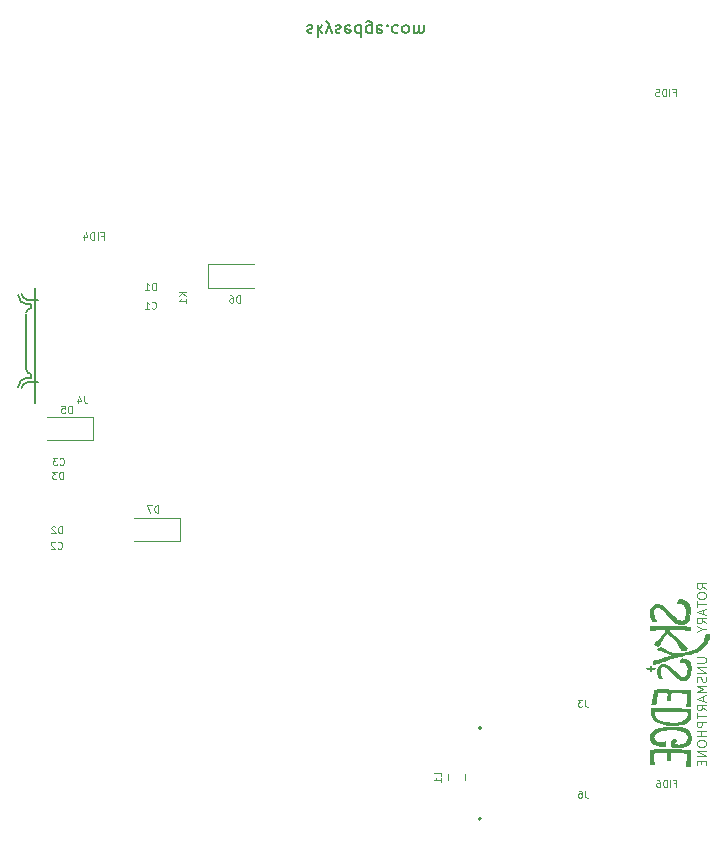
<source format=gbr>
G04 #@! TF.GenerationSoftware,KiCad,Pcbnew,5.1.6+dfsg1-1~bpo10+1*
G04 #@! TF.CreationDate,2021-03-28T20:23:35-04:00*
G04 #@! TF.ProjectId,RUSP_Daughterboard,52555350-5f44-4617-9567-68746572626f,rev?*
G04 #@! TF.SameCoordinates,Original*
G04 #@! TF.FileFunction,Legend,Bot*
G04 #@! TF.FilePolarity,Positive*
%FSLAX46Y46*%
G04 Gerber Fmt 4.6, Leading zero omitted, Abs format (unit mm)*
G04 Created by KiCad (PCBNEW 5.1.6+dfsg1-1~bpo10+1) date 2021-03-28 20:23:35*
%MOMM*%
%LPD*%
G01*
G04 APERTURE LIST*
%ADD10C,0.120000*%
%ADD11C,0.150000*%
%ADD12C,0.127000*%
%ADD13C,0.010000*%
G04 APERTURE END LIST*
D10*
X178361904Y-117980952D02*
X177980952Y-117714285D01*
X178361904Y-117523809D02*
X177561904Y-117523809D01*
X177561904Y-117828571D01*
X177600000Y-117904761D01*
X177638095Y-117942857D01*
X177714285Y-117980952D01*
X177828571Y-117980952D01*
X177904761Y-117942857D01*
X177942857Y-117904761D01*
X177980952Y-117828571D01*
X177980952Y-117523809D01*
X177561904Y-118476190D02*
X177561904Y-118628571D01*
X177600000Y-118704761D01*
X177676190Y-118780952D01*
X177828571Y-118819047D01*
X178095238Y-118819047D01*
X178247619Y-118780952D01*
X178323809Y-118704761D01*
X178361904Y-118628571D01*
X178361904Y-118476190D01*
X178323809Y-118400000D01*
X178247619Y-118323809D01*
X178095238Y-118285714D01*
X177828571Y-118285714D01*
X177676190Y-118323809D01*
X177600000Y-118400000D01*
X177561904Y-118476190D01*
X177561904Y-119047619D02*
X177561904Y-119504761D01*
X178361904Y-119276190D02*
X177561904Y-119276190D01*
X178133333Y-119733333D02*
X178133333Y-120114285D01*
X178361904Y-119657142D02*
X177561904Y-119923809D01*
X178361904Y-120190476D01*
X178361904Y-120914285D02*
X177980952Y-120647619D01*
X178361904Y-120457142D02*
X177561904Y-120457142D01*
X177561904Y-120761904D01*
X177600000Y-120838095D01*
X177638095Y-120876190D01*
X177714285Y-120914285D01*
X177828571Y-120914285D01*
X177904761Y-120876190D01*
X177942857Y-120838095D01*
X177980952Y-120761904D01*
X177980952Y-120457142D01*
X177980952Y-121409523D02*
X178361904Y-121409523D01*
X177561904Y-121142857D02*
X177980952Y-121409523D01*
X177561904Y-121676190D01*
X177561904Y-123771428D02*
X178209523Y-123771428D01*
X178285714Y-123809523D01*
X178323809Y-123847619D01*
X178361904Y-123923809D01*
X178361904Y-124076190D01*
X178323809Y-124152380D01*
X178285714Y-124190476D01*
X178209523Y-124228571D01*
X177561904Y-124228571D01*
X178361904Y-124609523D02*
X177561904Y-124609523D01*
X178361904Y-125066666D01*
X177561904Y-125066666D01*
X178323809Y-125409523D02*
X178361904Y-125523809D01*
X178361904Y-125714285D01*
X178323809Y-125790476D01*
X178285714Y-125828571D01*
X178209523Y-125866666D01*
X178133333Y-125866666D01*
X178057142Y-125828571D01*
X178019047Y-125790476D01*
X177980952Y-125714285D01*
X177942857Y-125561904D01*
X177904761Y-125485714D01*
X177866666Y-125447619D01*
X177790476Y-125409523D01*
X177714285Y-125409523D01*
X177638095Y-125447619D01*
X177600000Y-125485714D01*
X177561904Y-125561904D01*
X177561904Y-125752380D01*
X177600000Y-125866666D01*
X178361904Y-126209523D02*
X177561904Y-126209523D01*
X178133333Y-126476190D01*
X177561904Y-126742857D01*
X178361904Y-126742857D01*
X178133333Y-127085714D02*
X178133333Y-127466666D01*
X178361904Y-127009523D02*
X177561904Y-127276190D01*
X178361904Y-127542857D01*
X178361904Y-128266666D02*
X177980952Y-128000000D01*
X178361904Y-127809523D02*
X177561904Y-127809523D01*
X177561904Y-128114285D01*
X177600000Y-128190476D01*
X177638095Y-128228571D01*
X177714285Y-128266666D01*
X177828571Y-128266666D01*
X177904761Y-128228571D01*
X177942857Y-128190476D01*
X177980952Y-128114285D01*
X177980952Y-127809523D01*
X177561904Y-128495238D02*
X177561904Y-128952380D01*
X178361904Y-128723809D02*
X177561904Y-128723809D01*
X178361904Y-129219047D02*
X177561904Y-129219047D01*
X177561904Y-129523809D01*
X177600000Y-129600000D01*
X177638095Y-129638095D01*
X177714285Y-129676190D01*
X177828571Y-129676190D01*
X177904761Y-129638095D01*
X177942857Y-129600000D01*
X177980952Y-129523809D01*
X177980952Y-129219047D01*
X178361904Y-130019047D02*
X177561904Y-130019047D01*
X177942857Y-130019047D02*
X177942857Y-130476190D01*
X178361904Y-130476190D02*
X177561904Y-130476190D01*
X177561904Y-131009523D02*
X177561904Y-131161904D01*
X177600000Y-131238095D01*
X177676190Y-131314285D01*
X177828571Y-131352380D01*
X178095238Y-131352380D01*
X178247619Y-131314285D01*
X178323809Y-131238095D01*
X178361904Y-131161904D01*
X178361904Y-131009523D01*
X178323809Y-130933333D01*
X178247619Y-130857142D01*
X178095238Y-130819047D01*
X177828571Y-130819047D01*
X177676190Y-130857142D01*
X177600000Y-130933333D01*
X177561904Y-131009523D01*
X178361904Y-131695238D02*
X177561904Y-131695238D01*
X178361904Y-132152380D01*
X177561904Y-132152380D01*
X177942857Y-132533333D02*
X177942857Y-132800000D01*
X178361904Y-132914285D02*
X178361904Y-132533333D01*
X177561904Y-132533333D01*
X177561904Y-132914285D01*
D11*
X144597619Y-70295238D02*
X144692857Y-70247619D01*
X144883333Y-70247619D01*
X144978571Y-70295238D01*
X145026190Y-70390476D01*
X145026190Y-70438095D01*
X144978571Y-70533333D01*
X144883333Y-70580952D01*
X144740476Y-70580952D01*
X144645238Y-70628571D01*
X144597619Y-70723809D01*
X144597619Y-70771428D01*
X144645238Y-70866666D01*
X144740476Y-70914285D01*
X144883333Y-70914285D01*
X144978571Y-70866666D01*
X145454761Y-70247619D02*
X145454761Y-71247619D01*
X145550000Y-70628571D02*
X145835714Y-70247619D01*
X145835714Y-70914285D02*
X145454761Y-70533333D01*
X146169047Y-70914285D02*
X146407142Y-70247619D01*
X146645238Y-70914285D02*
X146407142Y-70247619D01*
X146311904Y-70009523D01*
X146264285Y-69961904D01*
X146169047Y-69914285D01*
X146978571Y-70295238D02*
X147073809Y-70247619D01*
X147264285Y-70247619D01*
X147359523Y-70295238D01*
X147407142Y-70390476D01*
X147407142Y-70438095D01*
X147359523Y-70533333D01*
X147264285Y-70580952D01*
X147121428Y-70580952D01*
X147026190Y-70628571D01*
X146978571Y-70723809D01*
X146978571Y-70771428D01*
X147026190Y-70866666D01*
X147121428Y-70914285D01*
X147264285Y-70914285D01*
X147359523Y-70866666D01*
X148216666Y-70295238D02*
X148121428Y-70247619D01*
X147930952Y-70247619D01*
X147835714Y-70295238D01*
X147788095Y-70390476D01*
X147788095Y-70771428D01*
X147835714Y-70866666D01*
X147930952Y-70914285D01*
X148121428Y-70914285D01*
X148216666Y-70866666D01*
X148264285Y-70771428D01*
X148264285Y-70676190D01*
X147788095Y-70580952D01*
X149121428Y-70247619D02*
X149121428Y-71247619D01*
X149121428Y-70295238D02*
X149026190Y-70247619D01*
X148835714Y-70247619D01*
X148740476Y-70295238D01*
X148692857Y-70342857D01*
X148645238Y-70438095D01*
X148645238Y-70723809D01*
X148692857Y-70819047D01*
X148740476Y-70866666D01*
X148835714Y-70914285D01*
X149026190Y-70914285D01*
X149121428Y-70866666D01*
X150026190Y-70914285D02*
X150026190Y-70104761D01*
X149978571Y-70009523D01*
X149930952Y-69961904D01*
X149835714Y-69914285D01*
X149692857Y-69914285D01*
X149597619Y-69961904D01*
X150026190Y-70295238D02*
X149930952Y-70247619D01*
X149740476Y-70247619D01*
X149645238Y-70295238D01*
X149597619Y-70342857D01*
X149550000Y-70438095D01*
X149550000Y-70723809D01*
X149597619Y-70819047D01*
X149645238Y-70866666D01*
X149740476Y-70914285D01*
X149930952Y-70914285D01*
X150026190Y-70866666D01*
X150883333Y-70295238D02*
X150788095Y-70247619D01*
X150597619Y-70247619D01*
X150502380Y-70295238D01*
X150454761Y-70390476D01*
X150454761Y-70771428D01*
X150502380Y-70866666D01*
X150597619Y-70914285D01*
X150788095Y-70914285D01*
X150883333Y-70866666D01*
X150930952Y-70771428D01*
X150930952Y-70676190D01*
X150454761Y-70580952D01*
X151359523Y-70342857D02*
X151407142Y-70295238D01*
X151359523Y-70247619D01*
X151311904Y-70295238D01*
X151359523Y-70342857D01*
X151359523Y-70247619D01*
X152264285Y-70295238D02*
X152169047Y-70247619D01*
X151978571Y-70247619D01*
X151883333Y-70295238D01*
X151835714Y-70342857D01*
X151788095Y-70438095D01*
X151788095Y-70723809D01*
X151835714Y-70819047D01*
X151883333Y-70866666D01*
X151978571Y-70914285D01*
X152169047Y-70914285D01*
X152264285Y-70866666D01*
X152835714Y-70247619D02*
X152740476Y-70295238D01*
X152692857Y-70342857D01*
X152645238Y-70438095D01*
X152645238Y-70723809D01*
X152692857Y-70819047D01*
X152740476Y-70866666D01*
X152835714Y-70914285D01*
X152978571Y-70914285D01*
X153073809Y-70866666D01*
X153121428Y-70819047D01*
X153169047Y-70723809D01*
X153169047Y-70438095D01*
X153121428Y-70342857D01*
X153073809Y-70295238D01*
X152978571Y-70247619D01*
X152835714Y-70247619D01*
X153597619Y-70247619D02*
X153597619Y-70914285D01*
X153597619Y-70819047D02*
X153645238Y-70866666D01*
X153740476Y-70914285D01*
X153883333Y-70914285D01*
X153978571Y-70866666D01*
X154026190Y-70771428D01*
X154026190Y-70247619D01*
X154026190Y-70771428D02*
X154073809Y-70866666D01*
X154169047Y-70914285D01*
X154311904Y-70914285D01*
X154407142Y-70866666D01*
X154454761Y-70771428D01*
X154454761Y-70247619D01*
D12*
X121750000Y-100500000D02*
X120900000Y-100500000D01*
X120900000Y-100500000D02*
X120850000Y-100500000D01*
X121750000Y-93500000D02*
X120850000Y-93500000D01*
X121550000Y-102250000D02*
X121550000Y-92500000D01*
X120900000Y-100100000D02*
X121200000Y-100100000D01*
X121200000Y-100100000D02*
X121200000Y-99800000D01*
X121750000Y-93500000D02*
X120900000Y-93500000D01*
X120900000Y-93500000D02*
X120850000Y-93500000D01*
X120900000Y-93900000D02*
X121200000Y-93900000D01*
X121200000Y-93900000D02*
X121200000Y-94200000D01*
X120800000Y-99400000D02*
X120800000Y-94700000D01*
X120900000Y-100500000D02*
G75*
G03*
X120400000Y-101000000I0J-500000D01*
G01*
X120100000Y-100900000D02*
G75*
G02*
X120900000Y-100100000I800000J0D01*
G01*
X121200000Y-99800000D02*
G75*
G02*
X120800000Y-99400000I0J400000D01*
G01*
X120900000Y-93500000D02*
G75*
G02*
X120400000Y-93000000I0J500000D01*
G01*
X120100000Y-93100000D02*
G75*
G03*
X120900000Y-93900000I800000J0D01*
G01*
X121200000Y-94200000D02*
G75*
G03*
X120800000Y-94600000I0J-400000D01*
G01*
D10*
X126450000Y-103400000D02*
X126450000Y-105400000D01*
X126450000Y-105400000D02*
X122550000Y-105400000D01*
X126450000Y-103400000D02*
X122550000Y-103400000D01*
D11*
X159311803Y-129750000D02*
G75*
G03*
X159311803Y-129750000I-111803J0D01*
G01*
X159311803Y-137450000D02*
G75*
G03*
X159311803Y-137450000I-111803J0D01*
G01*
D10*
X157910000Y-134161252D02*
X157910000Y-133638748D01*
X156490000Y-134161252D02*
X156490000Y-133638748D01*
X136200000Y-92475000D02*
X140100000Y-92475000D01*
X136200000Y-90475000D02*
X140100000Y-90475000D01*
X136200000Y-92475000D02*
X136200000Y-90475000D01*
X133775000Y-111950000D02*
X133775000Y-113950000D01*
X133775000Y-113950000D02*
X129875000Y-113950000D01*
X133775000Y-111950000D02*
X129875000Y-111950000D01*
D13*
G36*
X173832881Y-124282027D02*
G01*
X173854879Y-124327971D01*
X173860729Y-124331396D01*
X173904681Y-124329853D01*
X173992061Y-124312009D01*
X174114388Y-124280389D01*
X174263181Y-124237516D01*
X174429958Y-124185915D01*
X174606239Y-124128111D01*
X174783542Y-124066626D01*
X174926431Y-124014220D01*
X175122567Y-123941465D01*
X175297001Y-123880168D01*
X175461495Y-123826994D01*
X175627813Y-123778607D01*
X175807717Y-123731670D01*
X176012969Y-123682847D01*
X176255334Y-123628804D01*
X176382568Y-123601262D01*
X176690254Y-123532751D01*
X176950019Y-123469406D01*
X177168674Y-123409087D01*
X177353029Y-123349657D01*
X177509895Y-123288976D01*
X177646084Y-123224905D01*
X177731413Y-123177688D01*
X177897587Y-123062788D01*
X178070456Y-122914019D01*
X178233178Y-122747462D01*
X178368914Y-122579196D01*
X178389892Y-122548913D01*
X178457685Y-122432472D01*
X178514947Y-122304642D01*
X178559501Y-122175054D01*
X178589169Y-122053340D01*
X178601777Y-121949131D01*
X178595147Y-121872058D01*
X178567103Y-121831752D01*
X178552772Y-121828161D01*
X178456794Y-121828130D01*
X178372422Y-121837863D01*
X178319717Y-121854825D01*
X178315442Y-121858157D01*
X178299782Y-121894580D01*
X178279723Y-121970402D01*
X178259185Y-122070433D01*
X178255894Y-122088944D01*
X178209372Y-122277709D01*
X178135694Y-122443141D01*
X178026875Y-122599047D01*
X177874929Y-122759234D01*
X177860328Y-122772968D01*
X177683535Y-122919920D01*
X177488776Y-123044922D01*
X177269571Y-123150393D01*
X177019438Y-123238750D01*
X176731898Y-123312413D01*
X176400470Y-123373799D01*
X176157718Y-123408356D01*
X175985882Y-123429592D01*
X175845527Y-123442713D01*
X175726233Y-123445569D01*
X175617583Y-123436013D01*
X175509160Y-123411898D01*
X175390545Y-123371075D01*
X175251322Y-123311399D01*
X175081073Y-123230720D01*
X174924863Y-123154204D01*
X174423815Y-122907625D01*
X174341181Y-122956040D01*
X174269175Y-123008756D01*
X174222798Y-123062991D01*
X174211588Y-123106381D01*
X174217461Y-123116446D01*
X174251844Y-123130254D01*
X174325071Y-123149427D01*
X174421578Y-123169912D01*
X174425725Y-123170706D01*
X174529241Y-123197308D01*
X174663678Y-123241566D01*
X174810328Y-123296923D01*
X174928832Y-123347009D01*
X175102023Y-123425930D01*
X175228316Y-123487629D01*
X175312029Y-123535529D01*
X175357478Y-123573052D01*
X175368977Y-123603621D01*
X175350845Y-123630658D01*
X175315306Y-123653446D01*
X175265404Y-123673550D01*
X175171987Y-123705298D01*
X175044814Y-123745806D01*
X174893642Y-123792193D01*
X174728231Y-123841576D01*
X174558338Y-123891074D01*
X174393721Y-123937802D01*
X174244139Y-123978880D01*
X174119349Y-124011425D01*
X174038750Y-124030510D01*
X173824783Y-124076795D01*
X173824783Y-124197198D01*
X173832881Y-124282027D01*
G37*
X173832881Y-124282027D02*
X173854879Y-124327971D01*
X173860729Y-124331396D01*
X173904681Y-124329853D01*
X173992061Y-124312009D01*
X174114388Y-124280389D01*
X174263181Y-124237516D01*
X174429958Y-124185915D01*
X174606239Y-124128111D01*
X174783542Y-124066626D01*
X174926431Y-124014220D01*
X175122567Y-123941465D01*
X175297001Y-123880168D01*
X175461495Y-123826994D01*
X175627813Y-123778607D01*
X175807717Y-123731670D01*
X176012969Y-123682847D01*
X176255334Y-123628804D01*
X176382568Y-123601262D01*
X176690254Y-123532751D01*
X176950019Y-123469406D01*
X177168674Y-123409087D01*
X177353029Y-123349657D01*
X177509895Y-123288976D01*
X177646084Y-123224905D01*
X177731413Y-123177688D01*
X177897587Y-123062788D01*
X178070456Y-122914019D01*
X178233178Y-122747462D01*
X178368914Y-122579196D01*
X178389892Y-122548913D01*
X178457685Y-122432472D01*
X178514947Y-122304642D01*
X178559501Y-122175054D01*
X178589169Y-122053340D01*
X178601777Y-121949131D01*
X178595147Y-121872058D01*
X178567103Y-121831752D01*
X178552772Y-121828161D01*
X178456794Y-121828130D01*
X178372422Y-121837863D01*
X178319717Y-121854825D01*
X178315442Y-121858157D01*
X178299782Y-121894580D01*
X178279723Y-121970402D01*
X178259185Y-122070433D01*
X178255894Y-122088944D01*
X178209372Y-122277709D01*
X178135694Y-122443141D01*
X178026875Y-122599047D01*
X177874929Y-122759234D01*
X177860328Y-122772968D01*
X177683535Y-122919920D01*
X177488776Y-123044922D01*
X177269571Y-123150393D01*
X177019438Y-123238750D01*
X176731898Y-123312413D01*
X176400470Y-123373799D01*
X176157718Y-123408356D01*
X175985882Y-123429592D01*
X175845527Y-123442713D01*
X175726233Y-123445569D01*
X175617583Y-123436013D01*
X175509160Y-123411898D01*
X175390545Y-123371075D01*
X175251322Y-123311399D01*
X175081073Y-123230720D01*
X174924863Y-123154204D01*
X174423815Y-122907625D01*
X174341181Y-122956040D01*
X174269175Y-123008756D01*
X174222798Y-123062991D01*
X174211588Y-123106381D01*
X174217461Y-123116446D01*
X174251844Y-123130254D01*
X174325071Y-123149427D01*
X174421578Y-123169912D01*
X174425725Y-123170706D01*
X174529241Y-123197308D01*
X174663678Y-123241566D01*
X174810328Y-123296923D01*
X174928832Y-123347009D01*
X175102023Y-123425930D01*
X175228316Y-123487629D01*
X175312029Y-123535529D01*
X175357478Y-123573052D01*
X175368977Y-123603621D01*
X175350845Y-123630658D01*
X175315306Y-123653446D01*
X175265404Y-123673550D01*
X175171987Y-123705298D01*
X175044814Y-123745806D01*
X174893642Y-123792193D01*
X174728231Y-123841576D01*
X174558338Y-123891074D01*
X174393721Y-123937802D01*
X174244139Y-123978880D01*
X174119349Y-124011425D01*
X174038750Y-124030510D01*
X173824783Y-124076795D01*
X173824783Y-124197198D01*
X173832881Y-124282027D01*
G36*
X174219981Y-125141121D02*
G01*
X174271465Y-125327215D01*
X174277649Y-125344293D01*
X174356744Y-125558260D01*
X174475656Y-125558260D01*
X174552177Y-125552786D01*
X174602577Y-125539044D01*
X174610457Y-125532550D01*
X174605895Y-125496195D01*
X174575859Y-125434445D01*
X174556914Y-125404524D01*
X174485533Y-125265603D01*
X174440592Y-125107283D01*
X174424181Y-124946306D01*
X174438389Y-124799415D01*
X174470110Y-124709114D01*
X174547948Y-124613760D01*
X174655278Y-124555616D01*
X174777711Y-124538382D01*
X174900853Y-124565757D01*
X174943091Y-124587551D01*
X174987802Y-124617231D01*
X175036560Y-124655551D01*
X175094818Y-124707855D01*
X175168031Y-124779488D01*
X175261650Y-124875794D01*
X175381131Y-125002117D01*
X175531926Y-125163801D01*
X175540023Y-125172518D01*
X175698430Y-125337837D01*
X175832484Y-125463988D01*
X175950522Y-125556304D01*
X176060880Y-125620121D01*
X176171893Y-125660771D01*
X176291897Y-125683589D01*
X176347451Y-125689176D01*
X176537377Y-125680794D01*
X176702502Y-125625831D01*
X176837785Y-125527874D01*
X176938187Y-125390512D01*
X176996633Y-125226956D01*
X177016333Y-125103271D01*
X177030698Y-124947525D01*
X177038969Y-124779005D01*
X177040381Y-124616997D01*
X177034175Y-124480789D01*
X177028135Y-124429394D01*
X176975221Y-124260916D01*
X176876490Y-124116244D01*
X176738258Y-124000992D01*
X176566842Y-123920773D01*
X176417303Y-123886560D01*
X176338234Y-123878527D01*
X176292112Y-123888773D01*
X176257421Y-123926481D01*
X176233886Y-123964847D01*
X176178613Y-124063011D01*
X176156669Y-124124254D01*
X176171738Y-124158239D01*
X176227505Y-124174628D01*
X176316819Y-124182403D01*
X176479108Y-124210506D01*
X176604435Y-124273626D01*
X176694936Y-124374641D01*
X176752748Y-124516433D01*
X176780008Y-124701884D01*
X176782855Y-124810666D01*
X176769936Y-125017023D01*
X176734493Y-125188893D01*
X176678336Y-125320200D01*
X176606514Y-125402528D01*
X176511197Y-125443648D01*
X176389457Y-125456120D01*
X176262178Y-125439773D01*
X176170883Y-125406082D01*
X176123639Y-125372677D01*
X176044654Y-125306748D01*
X175941222Y-125214824D01*
X175820640Y-125103435D01*
X175690200Y-124979112D01*
X175647328Y-124937428D01*
X175444658Y-124744056D01*
X175272021Y-124590788D01*
X175124521Y-124474965D01*
X174997259Y-124393927D01*
X174885339Y-124345013D01*
X174783863Y-124325565D01*
X174687933Y-124332922D01*
X174592654Y-124364424D01*
X174592471Y-124364505D01*
X174449810Y-124451697D01*
X174323074Y-124573106D01*
X174245940Y-124684614D01*
X174206633Y-124807635D01*
X174198176Y-124963866D01*
X174219981Y-125141121D01*
G37*
X174219981Y-125141121D02*
X174271465Y-125327215D01*
X174277649Y-125344293D01*
X174356744Y-125558260D01*
X174475656Y-125558260D01*
X174552177Y-125552786D01*
X174602577Y-125539044D01*
X174610457Y-125532550D01*
X174605895Y-125496195D01*
X174575859Y-125434445D01*
X174556914Y-125404524D01*
X174485533Y-125265603D01*
X174440592Y-125107283D01*
X174424181Y-124946306D01*
X174438389Y-124799415D01*
X174470110Y-124709114D01*
X174547948Y-124613760D01*
X174655278Y-124555616D01*
X174777711Y-124538382D01*
X174900853Y-124565757D01*
X174943091Y-124587551D01*
X174987802Y-124617231D01*
X175036560Y-124655551D01*
X175094818Y-124707855D01*
X175168031Y-124779488D01*
X175261650Y-124875794D01*
X175381131Y-125002117D01*
X175531926Y-125163801D01*
X175540023Y-125172518D01*
X175698430Y-125337837D01*
X175832484Y-125463988D01*
X175950522Y-125556304D01*
X176060880Y-125620121D01*
X176171893Y-125660771D01*
X176291897Y-125683589D01*
X176347451Y-125689176D01*
X176537377Y-125680794D01*
X176702502Y-125625831D01*
X176837785Y-125527874D01*
X176938187Y-125390512D01*
X176996633Y-125226956D01*
X177016333Y-125103271D01*
X177030698Y-124947525D01*
X177038969Y-124779005D01*
X177040381Y-124616997D01*
X177034175Y-124480789D01*
X177028135Y-124429394D01*
X176975221Y-124260916D01*
X176876490Y-124116244D01*
X176738258Y-124000992D01*
X176566842Y-123920773D01*
X176417303Y-123886560D01*
X176338234Y-123878527D01*
X176292112Y-123888773D01*
X176257421Y-123926481D01*
X176233886Y-123964847D01*
X176178613Y-124063011D01*
X176156669Y-124124254D01*
X176171738Y-124158239D01*
X176227505Y-124174628D01*
X176316819Y-124182403D01*
X176479108Y-124210506D01*
X176604435Y-124273626D01*
X176694936Y-124374641D01*
X176752748Y-124516433D01*
X176780008Y-124701884D01*
X176782855Y-124810666D01*
X176769936Y-125017023D01*
X176734493Y-125188893D01*
X176678336Y-125320200D01*
X176606514Y-125402528D01*
X176511197Y-125443648D01*
X176389457Y-125456120D01*
X176262178Y-125439773D01*
X176170883Y-125406082D01*
X176123639Y-125372677D01*
X176044654Y-125306748D01*
X175941222Y-125214824D01*
X175820640Y-125103435D01*
X175690200Y-124979112D01*
X175647328Y-124937428D01*
X175444658Y-124744056D01*
X175272021Y-124590788D01*
X175124521Y-124474965D01*
X174997259Y-124393927D01*
X174885339Y-124345013D01*
X174783863Y-124325565D01*
X174687933Y-124332922D01*
X174592654Y-124364424D01*
X174592471Y-124364505D01*
X174449810Y-124451697D01*
X174323074Y-124573106D01*
X174245940Y-124684614D01*
X174206633Y-124807635D01*
X174198176Y-124963866D01*
X174219981Y-125141121D01*
G36*
X173609196Y-130561661D02*
G01*
X173623581Y-130643812D01*
X173634819Y-130696827D01*
X173697096Y-130859886D01*
X173807728Y-130998873D01*
X173964816Y-131112596D01*
X174166462Y-131199863D01*
X174410766Y-131259480D01*
X174563842Y-131280176D01*
X174682673Y-131291075D01*
X174779445Y-131297704D01*
X174842082Y-131299371D01*
X174859253Y-131297123D01*
X174867812Y-131265678D01*
X174878935Y-131194473D01*
X174890254Y-131098744D01*
X174890532Y-131096038D01*
X174909915Y-130906848D01*
X174829795Y-130921660D01*
X174758216Y-130934924D01*
X174658235Y-130953491D01*
X174584022Y-130967290D01*
X174391358Y-130983948D01*
X174223813Y-130960887D01*
X174086023Y-130902228D01*
X173982627Y-130812095D01*
X173918263Y-130694610D01*
X173897569Y-130553897D01*
X173925183Y-130394077D01*
X173928326Y-130384425D01*
X173984834Y-130267646D01*
X174072949Y-130168840D01*
X174197300Y-130085579D01*
X174362511Y-130015431D01*
X174573210Y-129955968D01*
X174834024Y-129904758D01*
X174845150Y-129902915D01*
X175039670Y-129881186D01*
X175269895Y-129871904D01*
X175517836Y-129874623D01*
X175765507Y-129888900D01*
X175994921Y-129914291D01*
X176114225Y-129934265D01*
X176350883Y-129996317D01*
X176537362Y-130080724D01*
X176674219Y-130188051D01*
X176762011Y-130318863D01*
X176801295Y-130473726D01*
X176796699Y-130626639D01*
X176752624Y-130802405D01*
X176672285Y-130941552D01*
X176553505Y-131045560D01*
X176394110Y-131115904D01*
X176191924Y-131154064D01*
X176007761Y-131162449D01*
X175844025Y-131158946D01*
X175731838Y-131147225D01*
X175667806Y-131124559D01*
X175648533Y-131088219D01*
X175670625Y-131035478D01*
X175730687Y-130963607D01*
X175743587Y-130950157D01*
X175814809Y-130861945D01*
X175835441Y-130795571D01*
X175805244Y-130750531D01*
X175723979Y-130726324D01*
X175634533Y-130721509D01*
X175539023Y-130724668D01*
X175475503Y-130739780D01*
X175436915Y-130776338D01*
X175416202Y-130843834D01*
X175406305Y-130951759D01*
X175402868Y-131033067D01*
X175398875Y-131155041D01*
X175401617Y-131245744D01*
X175418008Y-131309520D01*
X175454961Y-131350710D01*
X175519386Y-131373657D01*
X175618198Y-131382702D01*
X175758308Y-131382187D01*
X175946628Y-131376456D01*
X175949378Y-131376368D01*
X176144580Y-131368494D01*
X176295975Y-131358171D01*
X176414962Y-131344114D01*
X176512936Y-131325034D01*
X176586552Y-131304435D01*
X176763037Y-131225889D01*
X176898453Y-131116912D01*
X176988351Y-130981148D01*
X176992112Y-130972438D01*
X177018586Y-130875295D01*
X177036192Y-130742550D01*
X177044218Y-130593217D01*
X177041952Y-130446306D01*
X177028682Y-130320828D01*
X177018278Y-130274090D01*
X176947985Y-130102569D01*
X176841508Y-129964448D01*
X176694029Y-129855339D01*
X176500734Y-129770850D01*
X176447609Y-129753934D01*
X176223570Y-129702353D01*
X175960108Y-129667448D01*
X175670402Y-129649097D01*
X175367631Y-129647179D01*
X175064972Y-129661574D01*
X174775604Y-129692159D01*
X174512706Y-129738815D01*
X174378360Y-129772954D01*
X174138473Y-129856092D01*
X173948750Y-129953211D01*
X173805229Y-130067371D01*
X173703948Y-130201633D01*
X173646884Y-130337931D01*
X173620062Y-130432099D01*
X173607761Y-130498883D01*
X173609196Y-130561661D01*
G37*
X173609196Y-130561661D02*
X173623581Y-130643812D01*
X173634819Y-130696827D01*
X173697096Y-130859886D01*
X173807728Y-130998873D01*
X173964816Y-131112596D01*
X174166462Y-131199863D01*
X174410766Y-131259480D01*
X174563842Y-131280176D01*
X174682673Y-131291075D01*
X174779445Y-131297704D01*
X174842082Y-131299371D01*
X174859253Y-131297123D01*
X174867812Y-131265678D01*
X174878935Y-131194473D01*
X174890254Y-131098744D01*
X174890532Y-131096038D01*
X174909915Y-130906848D01*
X174829795Y-130921660D01*
X174758216Y-130934924D01*
X174658235Y-130953491D01*
X174584022Y-130967290D01*
X174391358Y-130983948D01*
X174223813Y-130960887D01*
X174086023Y-130902228D01*
X173982627Y-130812095D01*
X173918263Y-130694610D01*
X173897569Y-130553897D01*
X173925183Y-130394077D01*
X173928326Y-130384425D01*
X173984834Y-130267646D01*
X174072949Y-130168840D01*
X174197300Y-130085579D01*
X174362511Y-130015431D01*
X174573210Y-129955968D01*
X174834024Y-129904758D01*
X174845150Y-129902915D01*
X175039670Y-129881186D01*
X175269895Y-129871904D01*
X175517836Y-129874623D01*
X175765507Y-129888900D01*
X175994921Y-129914291D01*
X176114225Y-129934265D01*
X176350883Y-129996317D01*
X176537362Y-130080724D01*
X176674219Y-130188051D01*
X176762011Y-130318863D01*
X176801295Y-130473726D01*
X176796699Y-130626639D01*
X176752624Y-130802405D01*
X176672285Y-130941552D01*
X176553505Y-131045560D01*
X176394110Y-131115904D01*
X176191924Y-131154064D01*
X176007761Y-131162449D01*
X175844025Y-131158946D01*
X175731838Y-131147225D01*
X175667806Y-131124559D01*
X175648533Y-131088219D01*
X175670625Y-131035478D01*
X175730687Y-130963607D01*
X175743587Y-130950157D01*
X175814809Y-130861945D01*
X175835441Y-130795571D01*
X175805244Y-130750531D01*
X175723979Y-130726324D01*
X175634533Y-130721509D01*
X175539023Y-130724668D01*
X175475503Y-130739780D01*
X175436915Y-130776338D01*
X175416202Y-130843834D01*
X175406305Y-130951759D01*
X175402868Y-131033067D01*
X175398875Y-131155041D01*
X175401617Y-131245744D01*
X175418008Y-131309520D01*
X175454961Y-131350710D01*
X175519386Y-131373657D01*
X175618198Y-131382702D01*
X175758308Y-131382187D01*
X175946628Y-131376456D01*
X175949378Y-131376368D01*
X176144580Y-131368494D01*
X176295975Y-131358171D01*
X176414962Y-131344114D01*
X176512936Y-131325034D01*
X176586552Y-131304435D01*
X176763037Y-131225889D01*
X176898453Y-131116912D01*
X176988351Y-130981148D01*
X176992112Y-130972438D01*
X177018586Y-130875295D01*
X177036192Y-130742550D01*
X177044218Y-130593217D01*
X177041952Y-130446306D01*
X177028682Y-130320828D01*
X177018278Y-130274090D01*
X176947985Y-130102569D01*
X176841508Y-129964448D01*
X176694029Y-129855339D01*
X176500734Y-129770850D01*
X176447609Y-129753934D01*
X176223570Y-129702353D01*
X175960108Y-129667448D01*
X175670402Y-129649097D01*
X175367631Y-129647179D01*
X175064972Y-129661574D01*
X174775604Y-129692159D01*
X174512706Y-129738815D01*
X174378360Y-129772954D01*
X174138473Y-129856092D01*
X173948750Y-129953211D01*
X173805229Y-130067371D01*
X173703948Y-130201633D01*
X173646884Y-130337931D01*
X173620062Y-130432099D01*
X173607761Y-130498883D01*
X173609196Y-130561661D01*
G36*
X173750365Y-127760139D02*
G01*
X173815623Y-127765015D01*
X173897379Y-127768731D01*
X173976276Y-127770363D01*
X174024946Y-127769516D01*
X174054056Y-127757763D01*
X174069158Y-127718071D01*
X174074509Y-127637828D01*
X174074729Y-127622010D01*
X174080220Y-127537079D01*
X174094049Y-127414674D01*
X174114094Y-127271540D01*
X174136848Y-127132240D01*
X174163605Y-126983576D01*
X174189446Y-126876028D01*
X174223231Y-126802705D01*
X174273822Y-126756712D01*
X174350080Y-126731155D01*
X174460865Y-126719141D01*
X174615039Y-126713775D01*
X174676639Y-126712296D01*
X174827829Y-126709709D01*
X174940181Y-126714843D01*
X175018173Y-126734447D01*
X175066281Y-126775271D01*
X175088982Y-126844065D01*
X175090752Y-126947579D01*
X175076069Y-127092564D01*
X175050746Y-127276357D01*
X175046488Y-127369827D01*
X175071121Y-127421078D01*
X175131219Y-127435373D01*
X175228974Y-127419069D01*
X175329457Y-127394239D01*
X175329457Y-127082650D01*
X175331024Y-126939245D01*
X175336465Y-126841899D01*
X175346884Y-126781521D01*
X175363390Y-126749022D01*
X175370870Y-126742511D01*
X175413075Y-126733263D01*
X175500056Y-126727925D01*
X175621531Y-126726208D01*
X175767217Y-126727823D01*
X175926832Y-126732480D01*
X176090096Y-126739889D01*
X176246725Y-126749762D01*
X176386438Y-126761808D01*
X176486868Y-126773925D01*
X176591909Y-126790075D01*
X176665727Y-126808844D01*
X176713329Y-126839182D01*
X176739726Y-126890039D01*
X176749927Y-126970365D01*
X176748940Y-127089111D01*
X176742851Y-127231294D01*
X176734066Y-127380473D01*
X176722110Y-127521868D01*
X176708527Y-127639885D01*
X176694863Y-127718928D01*
X176694332Y-127721077D01*
X176673246Y-127826833D01*
X176680104Y-127890606D01*
X176722023Y-127921552D01*
X176806125Y-127928829D01*
X176854503Y-127927094D01*
X177013587Y-127918804D01*
X177020962Y-127239723D01*
X177028338Y-126560643D01*
X176717107Y-126542867D01*
X176586487Y-126536653D01*
X176419125Y-126530629D01*
X176222040Y-126524889D01*
X176002251Y-126519526D01*
X175766777Y-126514634D01*
X175522638Y-126510309D01*
X175276851Y-126506643D01*
X175036438Y-126503730D01*
X174808416Y-126501666D01*
X174599804Y-126500542D01*
X174417623Y-126500455D01*
X174268890Y-126501497D01*
X174160626Y-126503763D01*
X174099849Y-126507346D01*
X174096692Y-126507775D01*
X173968274Y-126527131D01*
X173939250Y-126684598D01*
X173923325Y-126766132D01*
X173898349Y-126888206D01*
X173867115Y-127037426D01*
X173832413Y-127200400D01*
X173811999Y-127295020D01*
X173779940Y-127445125D01*
X173753125Y-127575062D01*
X173733334Y-127675842D01*
X173722346Y-127738477D01*
X173720962Y-127755025D01*
X173750365Y-127760139D01*
G37*
X173750365Y-127760139D02*
X173815623Y-127765015D01*
X173897379Y-127768731D01*
X173976276Y-127770363D01*
X174024946Y-127769516D01*
X174054056Y-127757763D01*
X174069158Y-127718071D01*
X174074509Y-127637828D01*
X174074729Y-127622010D01*
X174080220Y-127537079D01*
X174094049Y-127414674D01*
X174114094Y-127271540D01*
X174136848Y-127132240D01*
X174163605Y-126983576D01*
X174189446Y-126876028D01*
X174223231Y-126802705D01*
X174273822Y-126756712D01*
X174350080Y-126731155D01*
X174460865Y-126719141D01*
X174615039Y-126713775D01*
X174676639Y-126712296D01*
X174827829Y-126709709D01*
X174940181Y-126714843D01*
X175018173Y-126734447D01*
X175066281Y-126775271D01*
X175088982Y-126844065D01*
X175090752Y-126947579D01*
X175076069Y-127092564D01*
X175050746Y-127276357D01*
X175046488Y-127369827D01*
X175071121Y-127421078D01*
X175131219Y-127435373D01*
X175228974Y-127419069D01*
X175329457Y-127394239D01*
X175329457Y-127082650D01*
X175331024Y-126939245D01*
X175336465Y-126841899D01*
X175346884Y-126781521D01*
X175363390Y-126749022D01*
X175370870Y-126742511D01*
X175413075Y-126733263D01*
X175500056Y-126727925D01*
X175621531Y-126726208D01*
X175767217Y-126727823D01*
X175926832Y-126732480D01*
X176090096Y-126739889D01*
X176246725Y-126749762D01*
X176386438Y-126761808D01*
X176486868Y-126773925D01*
X176591909Y-126790075D01*
X176665727Y-126808844D01*
X176713329Y-126839182D01*
X176739726Y-126890039D01*
X176749927Y-126970365D01*
X176748940Y-127089111D01*
X176742851Y-127231294D01*
X176734066Y-127380473D01*
X176722110Y-127521868D01*
X176708527Y-127639885D01*
X176694863Y-127718928D01*
X176694332Y-127721077D01*
X176673246Y-127826833D01*
X176680104Y-127890606D01*
X176722023Y-127921552D01*
X176806125Y-127928829D01*
X176854503Y-127927094D01*
X177013587Y-127918804D01*
X177020962Y-127239723D01*
X177028338Y-126560643D01*
X176717107Y-126542867D01*
X176586487Y-126536653D01*
X176419125Y-126530629D01*
X176222040Y-126524889D01*
X176002251Y-126519526D01*
X175766777Y-126514634D01*
X175522638Y-126510309D01*
X175276851Y-126506643D01*
X175036438Y-126503730D01*
X174808416Y-126501666D01*
X174599804Y-126500542D01*
X174417623Y-126500455D01*
X174268890Y-126501497D01*
X174160626Y-126503763D01*
X174099849Y-126507346D01*
X174096692Y-126507775D01*
X173968274Y-126527131D01*
X173939250Y-126684598D01*
X173923325Y-126766132D01*
X173898349Y-126888206D01*
X173867115Y-127037426D01*
X173832413Y-127200400D01*
X173811999Y-127295020D01*
X173779940Y-127445125D01*
X173753125Y-127575062D01*
X173733334Y-127675842D01*
X173722346Y-127738477D01*
X173720962Y-127755025D01*
X173750365Y-127760139D01*
G36*
X173706128Y-121488086D02*
G01*
X173911856Y-121447649D01*
X174117336Y-121414412D01*
X174313824Y-121389158D01*
X174492573Y-121372669D01*
X174644839Y-121365730D01*
X174761876Y-121369123D01*
X174834938Y-121383632D01*
X174840938Y-121386475D01*
X174883551Y-121419197D01*
X174901661Y-121462601D01*
X174892947Y-121521396D01*
X174855090Y-121600290D01*
X174785772Y-121703990D01*
X174682672Y-121837204D01*
X174543473Y-122004641D01*
X174526711Y-122024347D01*
X174420732Y-122145197D01*
X174303153Y-122273698D01*
X174192530Y-122389772D01*
X174144803Y-122437680D01*
X174065091Y-122518280D01*
X174003123Y-122585394D01*
X173967761Y-122629199D01*
X173962826Y-122639363D01*
X173986075Y-122661659D01*
X174046629Y-122696769D01*
X174119958Y-122731877D01*
X174277089Y-122801368D01*
X174326436Y-122737260D01*
X174356482Y-122693413D01*
X174409427Y-122611271D01*
X174479619Y-122499802D01*
X174561405Y-122367974D01*
X174637785Y-122243379D01*
X174725282Y-122102071D01*
X174806803Y-121974503D01*
X174876602Y-121869355D01*
X174928931Y-121795307D01*
X174955984Y-121762748D01*
X174992675Y-121736973D01*
X175032604Y-121730385D01*
X175083813Y-121746592D01*
X175154345Y-121789202D01*
X175252241Y-121861824D01*
X175350341Y-121939670D01*
X175639357Y-122204159D01*
X175882264Y-122496852D01*
X176083202Y-122823067D01*
X176159272Y-122978340D01*
X176214936Y-123091437D01*
X176266639Y-123163201D01*
X176326449Y-123198313D01*
X176406432Y-123201451D01*
X176518657Y-123177294D01*
X176606359Y-123151683D01*
X176668274Y-123125202D01*
X176692591Y-123083182D01*
X176696087Y-123029532D01*
X176690306Y-122976420D01*
X176667441Y-122926752D01*
X176619210Y-122868379D01*
X176537331Y-122789155D01*
X176523533Y-122776462D01*
X176437069Y-122696313D01*
X176324606Y-122590800D01*
X176199893Y-122472882D01*
X176076682Y-122355521D01*
X176061087Y-122340593D01*
X175931099Y-122217671D01*
X175789639Y-122086506D01*
X175653521Y-121962545D01*
X175539559Y-121861238D01*
X175536522Y-121858592D01*
X175409728Y-121746828D01*
X175319627Y-121663151D01*
X175260205Y-121600647D01*
X175225447Y-121552403D01*
X175209341Y-121511504D01*
X175205831Y-121478392D01*
X175212867Y-121437608D01*
X175238915Y-121407021D01*
X175290035Y-121385635D01*
X175372287Y-121372452D01*
X175491731Y-121366476D01*
X175654424Y-121366710D01*
X175854022Y-121371760D01*
X176149265Y-121386125D01*
X176407562Y-121408930D01*
X176620455Y-121439407D01*
X176640870Y-121443220D01*
X176763388Y-121466190D01*
X176867250Y-121484639D01*
X176939539Y-121496333D01*
X176965272Y-121499328D01*
X176987717Y-121475402D01*
X176998542Y-121401147D01*
X176999783Y-121347068D01*
X176993479Y-121245611D01*
X176975307Y-121191103D01*
X176965272Y-121183714D01*
X176930240Y-121180741D01*
X176846238Y-121177124D01*
X176719506Y-121172988D01*
X176556286Y-121168455D01*
X176362819Y-121163648D01*
X176145346Y-121158692D01*
X175910108Y-121153708D01*
X175663347Y-121148821D01*
X175411304Y-121144154D01*
X175160219Y-121139830D01*
X174916336Y-121135973D01*
X174685893Y-121132705D01*
X174475134Y-121130151D01*
X174290299Y-121128433D01*
X174137629Y-121127674D01*
X174128478Y-121127661D01*
X173645326Y-121127065D01*
X173637106Y-121315907D01*
X173628886Y-121504748D01*
X173706128Y-121488086D01*
G37*
X173706128Y-121488086D02*
X173911856Y-121447649D01*
X174117336Y-121414412D01*
X174313824Y-121389158D01*
X174492573Y-121372669D01*
X174644839Y-121365730D01*
X174761876Y-121369123D01*
X174834938Y-121383632D01*
X174840938Y-121386475D01*
X174883551Y-121419197D01*
X174901661Y-121462601D01*
X174892947Y-121521396D01*
X174855090Y-121600290D01*
X174785772Y-121703990D01*
X174682672Y-121837204D01*
X174543473Y-122004641D01*
X174526711Y-122024347D01*
X174420732Y-122145197D01*
X174303153Y-122273698D01*
X174192530Y-122389772D01*
X174144803Y-122437680D01*
X174065091Y-122518280D01*
X174003123Y-122585394D01*
X173967761Y-122629199D01*
X173962826Y-122639363D01*
X173986075Y-122661659D01*
X174046629Y-122696769D01*
X174119958Y-122731877D01*
X174277089Y-122801368D01*
X174326436Y-122737260D01*
X174356482Y-122693413D01*
X174409427Y-122611271D01*
X174479619Y-122499802D01*
X174561405Y-122367974D01*
X174637785Y-122243379D01*
X174725282Y-122102071D01*
X174806803Y-121974503D01*
X174876602Y-121869355D01*
X174928931Y-121795307D01*
X174955984Y-121762748D01*
X174992675Y-121736973D01*
X175032604Y-121730385D01*
X175083813Y-121746592D01*
X175154345Y-121789202D01*
X175252241Y-121861824D01*
X175350341Y-121939670D01*
X175639357Y-122204159D01*
X175882264Y-122496852D01*
X176083202Y-122823067D01*
X176159272Y-122978340D01*
X176214936Y-123091437D01*
X176266639Y-123163201D01*
X176326449Y-123198313D01*
X176406432Y-123201451D01*
X176518657Y-123177294D01*
X176606359Y-123151683D01*
X176668274Y-123125202D01*
X176692591Y-123083182D01*
X176696087Y-123029532D01*
X176690306Y-122976420D01*
X176667441Y-122926752D01*
X176619210Y-122868379D01*
X176537331Y-122789155D01*
X176523533Y-122776462D01*
X176437069Y-122696313D01*
X176324606Y-122590800D01*
X176199893Y-122472882D01*
X176076682Y-122355521D01*
X176061087Y-122340593D01*
X175931099Y-122217671D01*
X175789639Y-122086506D01*
X175653521Y-121962545D01*
X175539559Y-121861238D01*
X175536522Y-121858592D01*
X175409728Y-121746828D01*
X175319627Y-121663151D01*
X175260205Y-121600647D01*
X175225447Y-121552403D01*
X175209341Y-121511504D01*
X175205831Y-121478392D01*
X175212867Y-121437608D01*
X175238915Y-121407021D01*
X175290035Y-121385635D01*
X175372287Y-121372452D01*
X175491731Y-121366476D01*
X175654424Y-121366710D01*
X175854022Y-121371760D01*
X176149265Y-121386125D01*
X176407562Y-121408930D01*
X176620455Y-121439407D01*
X176640870Y-121443220D01*
X176763388Y-121466190D01*
X176867250Y-121484639D01*
X176939539Y-121496333D01*
X176965272Y-121499328D01*
X176987717Y-121475402D01*
X176998542Y-121401147D01*
X176999783Y-121347068D01*
X176993479Y-121245611D01*
X176975307Y-121191103D01*
X176965272Y-121183714D01*
X176930240Y-121180741D01*
X176846238Y-121177124D01*
X176719506Y-121172988D01*
X176556286Y-121168455D01*
X176362819Y-121163648D01*
X176145346Y-121158692D01*
X175910108Y-121153708D01*
X175663347Y-121148821D01*
X175411304Y-121144154D01*
X175160219Y-121139830D01*
X174916336Y-121135973D01*
X174685893Y-121132705D01*
X174475134Y-121130151D01*
X174290299Y-121128433D01*
X174137629Y-121127674D01*
X174128478Y-121127661D01*
X173645326Y-121127065D01*
X173637106Y-121315907D01*
X173628886Y-121504748D01*
X173706128Y-121488086D01*
G36*
X173691476Y-128339837D02*
G01*
X173699021Y-128486590D01*
X173711135Y-128594728D01*
X173730850Y-128680832D01*
X173761195Y-128761481D01*
X173773474Y-128788478D01*
X173892854Y-128978764D01*
X174058780Y-129140546D01*
X174270263Y-129273418D01*
X174526313Y-129376973D01*
X174825943Y-129450804D01*
X175168163Y-129494506D01*
X175522718Y-129507752D01*
X175867335Y-129495573D01*
X176163515Y-129458682D01*
X176412451Y-129396570D01*
X176615338Y-129308729D01*
X176773369Y-129194650D01*
X176887737Y-129053824D01*
X176956522Y-128896524D01*
X176975415Y-128807639D01*
X176989250Y-128693005D01*
X176997886Y-128564714D01*
X177001183Y-128434853D01*
X176999002Y-128315515D01*
X176991203Y-128218789D01*
X176977645Y-128156764D01*
X176965272Y-128140642D01*
X176933408Y-128138215D01*
X176852363Y-128134444D01*
X176728148Y-128129517D01*
X176566778Y-128123618D01*
X176374268Y-128116932D01*
X176156630Y-128109646D01*
X175919878Y-128101944D01*
X175670026Y-128094012D01*
X175413089Y-128086036D01*
X175155079Y-128078200D01*
X174902011Y-128070691D01*
X174659898Y-128063693D01*
X174614971Y-128062436D01*
X174614971Y-128292208D01*
X174855302Y-128292235D01*
X174978417Y-128292327D01*
X175357588Y-128294034D01*
X175695313Y-128298460D01*
X175989610Y-128305510D01*
X176238501Y-128315091D01*
X176440005Y-128327109D01*
X176592142Y-128341471D01*
X176692933Y-128358083D01*
X176738977Y-128375573D01*
X176768291Y-128423204D01*
X176786703Y-128493740D01*
X176795733Y-128563637D01*
X176802066Y-128608925D01*
X176802082Y-128609021D01*
X176793124Y-128646467D01*
X176765413Y-128717498D01*
X176727030Y-128802282D01*
X176629006Y-128967127D01*
X176506405Y-129094302D01*
X176345987Y-129196667D01*
X176295761Y-129221124D01*
X176227774Y-129250939D01*
X176165553Y-129272260D01*
X176097290Y-129286839D01*
X176011176Y-129296429D01*
X175895403Y-129302782D01*
X175738164Y-129307651D01*
X175707549Y-129308430D01*
X175370001Y-129304230D01*
X175058722Y-129275126D01*
X174777242Y-129222625D01*
X174529094Y-129148233D01*
X174317807Y-129053455D01*
X174146914Y-128939798D01*
X174019944Y-128808767D01*
X173940429Y-128661869D01*
X173914187Y-128543526D01*
X173912879Y-128450493D01*
X173924715Y-128372558D01*
X173933063Y-128350764D01*
X173942303Y-128335392D01*
X173955511Y-128322943D01*
X173978116Y-128313116D01*
X174015544Y-128305607D01*
X174073222Y-128300112D01*
X174156576Y-128296328D01*
X174271035Y-128293952D01*
X174422024Y-128292680D01*
X174614971Y-128292208D01*
X174614971Y-128062436D01*
X174434754Y-128057393D01*
X174232592Y-128051975D01*
X174059428Y-128047625D01*
X173921274Y-128044529D01*
X173824144Y-128042872D01*
X173787218Y-128042648D01*
X173680631Y-128043043D01*
X173691476Y-128339837D01*
G37*
X173691476Y-128339837D02*
X173699021Y-128486590D01*
X173711135Y-128594728D01*
X173730850Y-128680832D01*
X173761195Y-128761481D01*
X173773474Y-128788478D01*
X173892854Y-128978764D01*
X174058780Y-129140546D01*
X174270263Y-129273418D01*
X174526313Y-129376973D01*
X174825943Y-129450804D01*
X175168163Y-129494506D01*
X175522718Y-129507752D01*
X175867335Y-129495573D01*
X176163515Y-129458682D01*
X176412451Y-129396570D01*
X176615338Y-129308729D01*
X176773369Y-129194650D01*
X176887737Y-129053824D01*
X176956522Y-128896524D01*
X176975415Y-128807639D01*
X176989250Y-128693005D01*
X176997886Y-128564714D01*
X177001183Y-128434853D01*
X176999002Y-128315515D01*
X176991203Y-128218789D01*
X176977645Y-128156764D01*
X176965272Y-128140642D01*
X176933408Y-128138215D01*
X176852363Y-128134444D01*
X176728148Y-128129517D01*
X176566778Y-128123618D01*
X176374268Y-128116932D01*
X176156630Y-128109646D01*
X175919878Y-128101944D01*
X175670026Y-128094012D01*
X175413089Y-128086036D01*
X175155079Y-128078200D01*
X174902011Y-128070691D01*
X174659898Y-128063693D01*
X174614971Y-128062436D01*
X174614971Y-128292208D01*
X174855302Y-128292235D01*
X174978417Y-128292327D01*
X175357588Y-128294034D01*
X175695313Y-128298460D01*
X175989610Y-128305510D01*
X176238501Y-128315091D01*
X176440005Y-128327109D01*
X176592142Y-128341471D01*
X176692933Y-128358083D01*
X176738977Y-128375573D01*
X176768291Y-128423204D01*
X176786703Y-128493740D01*
X176795733Y-128563637D01*
X176802066Y-128608925D01*
X176802082Y-128609021D01*
X176793124Y-128646467D01*
X176765413Y-128717498D01*
X176727030Y-128802282D01*
X176629006Y-128967127D01*
X176506405Y-129094302D01*
X176345987Y-129196667D01*
X176295761Y-129221124D01*
X176227774Y-129250939D01*
X176165553Y-129272260D01*
X176097290Y-129286839D01*
X176011176Y-129296429D01*
X175895403Y-129302782D01*
X175738164Y-129307651D01*
X175707549Y-129308430D01*
X175370001Y-129304230D01*
X175058722Y-129275126D01*
X174777242Y-129222625D01*
X174529094Y-129148233D01*
X174317807Y-129053455D01*
X174146914Y-128939798D01*
X174019944Y-128808767D01*
X173940429Y-128661869D01*
X173914187Y-128543526D01*
X173912879Y-128450493D01*
X173924715Y-128372558D01*
X173933063Y-128350764D01*
X173942303Y-128335392D01*
X173955511Y-128322943D01*
X173978116Y-128313116D01*
X174015544Y-128305607D01*
X174073222Y-128300112D01*
X174156576Y-128296328D01*
X174271035Y-128293952D01*
X174422024Y-128292680D01*
X174614971Y-128292208D01*
X174614971Y-128062436D01*
X174434754Y-128057393D01*
X174232592Y-128051975D01*
X174059428Y-128047625D01*
X173921274Y-128044529D01*
X173824144Y-128042872D01*
X173787218Y-128042648D01*
X173680631Y-128043043D01*
X173691476Y-128339837D01*
G36*
X173620538Y-132412350D02*
G01*
X173623797Y-132495885D01*
X173639479Y-132814306D01*
X173740098Y-132823902D01*
X173847414Y-132828422D01*
X173910217Y-132812070D01*
X173933353Y-132767516D01*
X173921667Y-132687425D01*
X173891306Y-132595047D01*
X173869880Y-132509263D01*
X173854203Y-132394347D01*
X173844622Y-132264335D01*
X173841485Y-132133263D01*
X173845136Y-132015168D01*
X173855923Y-131924086D01*
X173873526Y-131874830D01*
X173922064Y-131848297D01*
X174016661Y-131823836D01*
X174148165Y-131802624D01*
X174307426Y-131785837D01*
X174485292Y-131774651D01*
X174672612Y-131770242D01*
X174687452Y-131770217D01*
X174822889Y-131770299D01*
X174923305Y-131775227D01*
X174992917Y-131792028D01*
X175035943Y-131827726D01*
X175056599Y-131889346D01*
X175059103Y-131983914D01*
X175047672Y-132118455D01*
X175026523Y-132299994D01*
X175023058Y-132329293D01*
X175004354Y-132488043D01*
X175129014Y-132488043D01*
X175213348Y-132480231D01*
X175273069Y-132460330D01*
X175284138Y-132451336D01*
X175298066Y-132406489D01*
X175307953Y-132316094D01*
X175312961Y-132189728D01*
X175313378Y-132117179D01*
X175314474Y-131994200D01*
X175318391Y-131892472D01*
X175324473Y-131824175D01*
X175330365Y-131801875D01*
X175365916Y-131794065D01*
X175446402Y-131789488D01*
X175561648Y-131787917D01*
X175701481Y-131789124D01*
X175855726Y-131792883D01*
X176014210Y-131798965D01*
X176166757Y-131807144D01*
X176303195Y-131817193D01*
X176385726Y-131825455D01*
X176533480Y-131846324D01*
X176630989Y-131869162D01*
X176683219Y-131895216D01*
X176689185Y-131901579D01*
X176707807Y-131956091D01*
X176718810Y-132053499D01*
X176722151Y-132182004D01*
X176717790Y-132329807D01*
X176705684Y-132485109D01*
X176691635Y-132598478D01*
X176676155Y-132712050D01*
X176664147Y-132814931D01*
X176658089Y-132885789D01*
X176657977Y-132888369D01*
X176654674Y-132971195D01*
X176985978Y-132971195D01*
X176993367Y-132303614D01*
X176994464Y-132115722D01*
X176993563Y-131947414D01*
X176990857Y-131806305D01*
X176986535Y-131700011D01*
X176980791Y-131636146D01*
X176976185Y-131620848D01*
X176940272Y-131614918D01*
X176855544Y-131608794D01*
X176728402Y-131602599D01*
X176565247Y-131596454D01*
X176372480Y-131590484D01*
X176156503Y-131584810D01*
X175923717Y-131579555D01*
X175680523Y-131574843D01*
X175433322Y-131570794D01*
X175188515Y-131567533D01*
X174952504Y-131565182D01*
X174731690Y-131563864D01*
X174532473Y-131563701D01*
X174361256Y-131564815D01*
X174224440Y-131567331D01*
X174208313Y-131567804D01*
X173639344Y-131585493D01*
X173623729Y-131881478D01*
X173618496Y-132042826D01*
X173617433Y-132229645D01*
X173620538Y-132412350D01*
G37*
X173620538Y-132412350D02*
X173623797Y-132495885D01*
X173639479Y-132814306D01*
X173740098Y-132823902D01*
X173847414Y-132828422D01*
X173910217Y-132812070D01*
X173933353Y-132767516D01*
X173921667Y-132687425D01*
X173891306Y-132595047D01*
X173869880Y-132509263D01*
X173854203Y-132394347D01*
X173844622Y-132264335D01*
X173841485Y-132133263D01*
X173845136Y-132015168D01*
X173855923Y-131924086D01*
X173873526Y-131874830D01*
X173922064Y-131848297D01*
X174016661Y-131823836D01*
X174148165Y-131802624D01*
X174307426Y-131785837D01*
X174485292Y-131774651D01*
X174672612Y-131770242D01*
X174687452Y-131770217D01*
X174822889Y-131770299D01*
X174923305Y-131775227D01*
X174992917Y-131792028D01*
X175035943Y-131827726D01*
X175056599Y-131889346D01*
X175059103Y-131983914D01*
X175047672Y-132118455D01*
X175026523Y-132299994D01*
X175023058Y-132329293D01*
X175004354Y-132488043D01*
X175129014Y-132488043D01*
X175213348Y-132480231D01*
X175273069Y-132460330D01*
X175284138Y-132451336D01*
X175298066Y-132406489D01*
X175307953Y-132316094D01*
X175312961Y-132189728D01*
X175313378Y-132117179D01*
X175314474Y-131994200D01*
X175318391Y-131892472D01*
X175324473Y-131824175D01*
X175330365Y-131801875D01*
X175365916Y-131794065D01*
X175446402Y-131789488D01*
X175561648Y-131787917D01*
X175701481Y-131789124D01*
X175855726Y-131792883D01*
X176014210Y-131798965D01*
X176166757Y-131807144D01*
X176303195Y-131817193D01*
X176385726Y-131825455D01*
X176533480Y-131846324D01*
X176630989Y-131869162D01*
X176683219Y-131895216D01*
X176689185Y-131901579D01*
X176707807Y-131956091D01*
X176718810Y-132053499D01*
X176722151Y-132182004D01*
X176717790Y-132329807D01*
X176705684Y-132485109D01*
X176691635Y-132598478D01*
X176676155Y-132712050D01*
X176664147Y-132814931D01*
X176658089Y-132885789D01*
X176657977Y-132888369D01*
X176654674Y-132971195D01*
X176985978Y-132971195D01*
X176993367Y-132303614D01*
X176994464Y-132115722D01*
X176993563Y-131947414D01*
X176990857Y-131806305D01*
X176986535Y-131700011D01*
X176980791Y-131636146D01*
X176976185Y-131620848D01*
X176940272Y-131614918D01*
X176855544Y-131608794D01*
X176728402Y-131602599D01*
X176565247Y-131596454D01*
X176372480Y-131590484D01*
X176156503Y-131584810D01*
X175923717Y-131579555D01*
X175680523Y-131574843D01*
X175433322Y-131570794D01*
X175188515Y-131567533D01*
X174952504Y-131565182D01*
X174731690Y-131563864D01*
X174532473Y-131563701D01*
X174361256Y-131564815D01*
X174224440Y-131567331D01*
X174208313Y-131567804D01*
X173639344Y-131585493D01*
X173623729Y-131881478D01*
X173618496Y-132042826D01*
X173617433Y-132229645D01*
X173620538Y-132412350D01*
G36*
X173584675Y-120073295D02*
G01*
X173606966Y-120179766D01*
X173638949Y-120304563D01*
X173676392Y-120433138D01*
X173715067Y-120550948D01*
X173750744Y-120643445D01*
X173778599Y-120695365D01*
X173820900Y-120718438D01*
X173900280Y-120721210D01*
X173944946Y-120716929D01*
X174025916Y-120705236D01*
X174081030Y-120693348D01*
X174093598Y-120687996D01*
X174086788Y-120660261D01*
X174054301Y-120606181D01*
X174038122Y-120583606D01*
X173960447Y-120450832D01*
X173901639Y-120293504D01*
X173864209Y-120126355D01*
X173850669Y-119964116D01*
X173863530Y-119821519D01*
X173893253Y-119733892D01*
X173978813Y-119623175D01*
X174094126Y-119550777D01*
X174226096Y-119521580D01*
X174361630Y-119540467D01*
X174386672Y-119549882D01*
X174489304Y-119610453D01*
X174618436Y-119716906D01*
X174772346Y-119867662D01*
X174949308Y-120061146D01*
X174963984Y-120077934D01*
X175169605Y-120308657D01*
X175349205Y-120497533D01*
X175508022Y-120648235D01*
X175651298Y-120764432D01*
X175784270Y-120849795D01*
X175912177Y-120907995D01*
X176040260Y-120942703D01*
X176173757Y-120957589D01*
X176221247Y-120958787D01*
X176413808Y-120944177D01*
X176573736Y-120895754D01*
X176703049Y-120810736D01*
X176803761Y-120686337D01*
X176877890Y-120519774D01*
X176927451Y-120308263D01*
X176954460Y-120049021D01*
X176959158Y-119939891D01*
X176961548Y-119795171D01*
X176960379Y-119661944D01*
X176955993Y-119554462D01*
X176948735Y-119486975D01*
X176948180Y-119484347D01*
X176878945Y-119295297D01*
X176763998Y-119132315D01*
X176608323Y-118999590D01*
X176416907Y-118901308D01*
X176194733Y-118841658D01*
X176180452Y-118839386D01*
X176065142Y-118821735D01*
X175980288Y-118970043D01*
X175935436Y-119053176D01*
X175904681Y-119119244D01*
X175895435Y-119149502D01*
X175921327Y-119168941D01*
X175992998Y-119179544D01*
X176040381Y-119180921D01*
X176225418Y-119205855D01*
X176384770Y-119276936D01*
X176512713Y-119389677D01*
X176603522Y-119539592D01*
X176638839Y-119650000D01*
X176663439Y-119828503D01*
X176663703Y-120023721D01*
X176641603Y-120218315D01*
X176599112Y-120394941D01*
X176538205Y-120536258D01*
X176537947Y-120536696D01*
X176454152Y-120627679D01*
X176338385Y-120679732D01*
X176199156Y-120691478D01*
X176044976Y-120661537D01*
X175963348Y-120629779D01*
X175905867Y-120592032D01*
X175814840Y-120517037D01*
X175694059Y-120408226D01*
X175547316Y-120269032D01*
X175378401Y-120102886D01*
X175350995Y-120075459D01*
X175143307Y-119869851D01*
X174967047Y-119702152D01*
X174817159Y-119568823D01*
X174688588Y-119466326D01*
X174576277Y-119391122D01*
X174475170Y-119339673D01*
X174380213Y-119308440D01*
X174286348Y-119293885D01*
X174231124Y-119291693D01*
X174080806Y-119307999D01*
X173948050Y-119362824D01*
X173818219Y-119462773D01*
X173788854Y-119491215D01*
X173670789Y-119646542D01*
X173598345Y-119826108D01*
X173576305Y-119999696D01*
X173584675Y-120073295D01*
G37*
X173584675Y-120073295D02*
X173606966Y-120179766D01*
X173638949Y-120304563D01*
X173676392Y-120433138D01*
X173715067Y-120550948D01*
X173750744Y-120643445D01*
X173778599Y-120695365D01*
X173820900Y-120718438D01*
X173900280Y-120721210D01*
X173944946Y-120716929D01*
X174025916Y-120705236D01*
X174081030Y-120693348D01*
X174093598Y-120687996D01*
X174086788Y-120660261D01*
X174054301Y-120606181D01*
X174038122Y-120583606D01*
X173960447Y-120450832D01*
X173901639Y-120293504D01*
X173864209Y-120126355D01*
X173850669Y-119964116D01*
X173863530Y-119821519D01*
X173893253Y-119733892D01*
X173978813Y-119623175D01*
X174094126Y-119550777D01*
X174226096Y-119521580D01*
X174361630Y-119540467D01*
X174386672Y-119549882D01*
X174489304Y-119610453D01*
X174618436Y-119716906D01*
X174772346Y-119867662D01*
X174949308Y-120061146D01*
X174963984Y-120077934D01*
X175169605Y-120308657D01*
X175349205Y-120497533D01*
X175508022Y-120648235D01*
X175651298Y-120764432D01*
X175784270Y-120849795D01*
X175912177Y-120907995D01*
X176040260Y-120942703D01*
X176173757Y-120957589D01*
X176221247Y-120958787D01*
X176413808Y-120944177D01*
X176573736Y-120895754D01*
X176703049Y-120810736D01*
X176803761Y-120686337D01*
X176877890Y-120519774D01*
X176927451Y-120308263D01*
X176954460Y-120049021D01*
X176959158Y-119939891D01*
X176961548Y-119795171D01*
X176960379Y-119661944D01*
X176955993Y-119554462D01*
X176948735Y-119486975D01*
X176948180Y-119484347D01*
X176878945Y-119295297D01*
X176763998Y-119132315D01*
X176608323Y-118999590D01*
X176416907Y-118901308D01*
X176194733Y-118841658D01*
X176180452Y-118839386D01*
X176065142Y-118821735D01*
X175980288Y-118970043D01*
X175935436Y-119053176D01*
X175904681Y-119119244D01*
X175895435Y-119149502D01*
X175921327Y-119168941D01*
X175992998Y-119179544D01*
X176040381Y-119180921D01*
X176225418Y-119205855D01*
X176384770Y-119276936D01*
X176512713Y-119389677D01*
X176603522Y-119539592D01*
X176638839Y-119650000D01*
X176663439Y-119828503D01*
X176663703Y-120023721D01*
X176641603Y-120218315D01*
X176599112Y-120394941D01*
X176538205Y-120536258D01*
X176537947Y-120536696D01*
X176454152Y-120627679D01*
X176338385Y-120679732D01*
X176199156Y-120691478D01*
X176044976Y-120661537D01*
X175963348Y-120629779D01*
X175905867Y-120592032D01*
X175814840Y-120517037D01*
X175694059Y-120408226D01*
X175547316Y-120269032D01*
X175378401Y-120102886D01*
X175350995Y-120075459D01*
X175143307Y-119869851D01*
X174967047Y-119702152D01*
X174817159Y-119568823D01*
X174688588Y-119466326D01*
X174576277Y-119391122D01*
X174475170Y-119339673D01*
X174380213Y-119308440D01*
X174286348Y-119293885D01*
X174231124Y-119291693D01*
X174080806Y-119307999D01*
X173948050Y-119362824D01*
X173818219Y-119462773D01*
X173788854Y-119491215D01*
X173670789Y-119646542D01*
X173598345Y-119826108D01*
X173576305Y-119999696D01*
X173584675Y-120073295D01*
G36*
X173394995Y-124735052D02*
G01*
X173503484Y-124755165D01*
X173567338Y-124784885D01*
X173597110Y-124831990D01*
X173603490Y-124888750D01*
X173612938Y-124941108D01*
X173633341Y-124947211D01*
X173654365Y-124911753D01*
X173664284Y-124861141D01*
X173672018Y-124810534D01*
X173692040Y-124781873D01*
X173738242Y-124766343D01*
X173824516Y-124755128D01*
X173832752Y-124754241D01*
X173928123Y-124740941D01*
X173990236Y-124726475D01*
X174013424Y-124713503D01*
X173992020Y-124704682D01*
X173943270Y-124702391D01*
X173811915Y-124694487D01*
X173726468Y-124668748D01*
X173679641Y-124622138D01*
X173667931Y-124587643D01*
X173647661Y-124522360D01*
X173624888Y-124493404D01*
X173607758Y-124506543D01*
X173603490Y-124542012D01*
X173595245Y-124606350D01*
X173564217Y-124647519D01*
X173499400Y-124673463D01*
X173396848Y-124691199D01*
X173231196Y-124713220D01*
X173394995Y-124735052D01*
G37*
X173394995Y-124735052D02*
X173503484Y-124755165D01*
X173567338Y-124784885D01*
X173597110Y-124831990D01*
X173603490Y-124888750D01*
X173612938Y-124941108D01*
X173633341Y-124947211D01*
X173654365Y-124911753D01*
X173664284Y-124861141D01*
X173672018Y-124810534D01*
X173692040Y-124781873D01*
X173738242Y-124766343D01*
X173824516Y-124755128D01*
X173832752Y-124754241D01*
X173928123Y-124740941D01*
X173990236Y-124726475D01*
X174013424Y-124713503D01*
X173992020Y-124704682D01*
X173943270Y-124702391D01*
X173811915Y-124694487D01*
X173726468Y-124668748D01*
X173679641Y-124622138D01*
X173667931Y-124587643D01*
X173647661Y-124522360D01*
X173624888Y-124493404D01*
X173607758Y-124506543D01*
X173603490Y-124542012D01*
X173595245Y-124606350D01*
X173564217Y-124647519D01*
X173499400Y-124673463D01*
X173396848Y-124691199D01*
X173231196Y-124713220D01*
X173394995Y-124735052D01*
D10*
X125700000Y-101671428D02*
X125700000Y-102100000D01*
X125728571Y-102185714D01*
X125785714Y-102242857D01*
X125871428Y-102271428D01*
X125928571Y-102271428D01*
X125157142Y-101871428D02*
X125157142Y-102271428D01*
X125300000Y-101642857D02*
X125442857Y-102071428D01*
X125071428Y-102071428D01*
X131400000Y-94214285D02*
X131428571Y-94242857D01*
X131514285Y-94271428D01*
X131571428Y-94271428D01*
X131657142Y-94242857D01*
X131714285Y-94185714D01*
X131742857Y-94128571D01*
X131771428Y-94014285D01*
X131771428Y-93928571D01*
X131742857Y-93814285D01*
X131714285Y-93757142D01*
X131657142Y-93700000D01*
X131571428Y-93671428D01*
X131514285Y-93671428D01*
X131428571Y-93700000D01*
X131400000Y-93728571D01*
X130828571Y-94271428D02*
X131171428Y-94271428D01*
X131000000Y-94271428D02*
X131000000Y-93671428D01*
X131057142Y-93757142D01*
X131114285Y-93814285D01*
X131171428Y-93842857D01*
X123450000Y-114539285D02*
X123478571Y-114567857D01*
X123564285Y-114596428D01*
X123621428Y-114596428D01*
X123707142Y-114567857D01*
X123764285Y-114510714D01*
X123792857Y-114453571D01*
X123821428Y-114339285D01*
X123821428Y-114253571D01*
X123792857Y-114139285D01*
X123764285Y-114082142D01*
X123707142Y-114025000D01*
X123621428Y-113996428D01*
X123564285Y-113996428D01*
X123478571Y-114025000D01*
X123450000Y-114053571D01*
X123221428Y-114053571D02*
X123192857Y-114025000D01*
X123135714Y-113996428D01*
X122992857Y-113996428D01*
X122935714Y-114025000D01*
X122907142Y-114053571D01*
X122878571Y-114110714D01*
X122878571Y-114167857D01*
X122907142Y-114253571D01*
X123250000Y-114596428D01*
X122878571Y-114596428D01*
X123625000Y-107439285D02*
X123653571Y-107467857D01*
X123739285Y-107496428D01*
X123796428Y-107496428D01*
X123882142Y-107467857D01*
X123939285Y-107410714D01*
X123967857Y-107353571D01*
X123996428Y-107239285D01*
X123996428Y-107153571D01*
X123967857Y-107039285D01*
X123939285Y-106982142D01*
X123882142Y-106925000D01*
X123796428Y-106896428D01*
X123739285Y-106896428D01*
X123653571Y-106925000D01*
X123625000Y-106953571D01*
X123425000Y-106896428D02*
X123053571Y-106896428D01*
X123253571Y-107125000D01*
X123167857Y-107125000D01*
X123110714Y-107153571D01*
X123082142Y-107182142D01*
X123053571Y-107239285D01*
X123053571Y-107382142D01*
X123082142Y-107439285D01*
X123110714Y-107467857D01*
X123167857Y-107496428D01*
X123339285Y-107496428D01*
X123396428Y-107467857D01*
X123425000Y-107439285D01*
X131742857Y-92671428D02*
X131742857Y-92071428D01*
X131600000Y-92071428D01*
X131514285Y-92100000D01*
X131457142Y-92157142D01*
X131428571Y-92214285D01*
X131400000Y-92328571D01*
X131400000Y-92414285D01*
X131428571Y-92528571D01*
X131457142Y-92585714D01*
X131514285Y-92642857D01*
X131600000Y-92671428D01*
X131742857Y-92671428D01*
X130828571Y-92671428D02*
X131171428Y-92671428D01*
X131000000Y-92671428D02*
X131000000Y-92071428D01*
X131057142Y-92157142D01*
X131114285Y-92214285D01*
X131171428Y-92242857D01*
X123832857Y-113296428D02*
X123832857Y-112696428D01*
X123690000Y-112696428D01*
X123604285Y-112725000D01*
X123547142Y-112782142D01*
X123518571Y-112839285D01*
X123490000Y-112953571D01*
X123490000Y-113039285D01*
X123518571Y-113153571D01*
X123547142Y-113210714D01*
X123604285Y-113267857D01*
X123690000Y-113296428D01*
X123832857Y-113296428D01*
X123261428Y-112753571D02*
X123232857Y-112725000D01*
X123175714Y-112696428D01*
X123032857Y-112696428D01*
X122975714Y-112725000D01*
X122947142Y-112753571D01*
X122918571Y-112810714D01*
X122918571Y-112867857D01*
X122947142Y-112953571D01*
X123290000Y-113296428D01*
X122918571Y-113296428D01*
X123917857Y-108671428D02*
X123917857Y-108071428D01*
X123775000Y-108071428D01*
X123689285Y-108100000D01*
X123632142Y-108157142D01*
X123603571Y-108214285D01*
X123575000Y-108328571D01*
X123575000Y-108414285D01*
X123603571Y-108528571D01*
X123632142Y-108585714D01*
X123689285Y-108642857D01*
X123775000Y-108671428D01*
X123917857Y-108671428D01*
X123375000Y-108071428D02*
X123003571Y-108071428D01*
X123203571Y-108300000D01*
X123117857Y-108300000D01*
X123060714Y-108328571D01*
X123032142Y-108357142D01*
X123003571Y-108414285D01*
X123003571Y-108557142D01*
X123032142Y-108614285D01*
X123060714Y-108642857D01*
X123117857Y-108671428D01*
X123289285Y-108671428D01*
X123346428Y-108642857D01*
X123375000Y-108614285D01*
X124642857Y-103081428D02*
X124642857Y-102481428D01*
X124500000Y-102481428D01*
X124414285Y-102510000D01*
X124357142Y-102567142D01*
X124328571Y-102624285D01*
X124300000Y-102738571D01*
X124300000Y-102824285D01*
X124328571Y-102938571D01*
X124357142Y-102995714D01*
X124414285Y-103052857D01*
X124500000Y-103081428D01*
X124642857Y-103081428D01*
X123757142Y-102481428D02*
X124042857Y-102481428D01*
X124071428Y-102767142D01*
X124042857Y-102738571D01*
X123985714Y-102710000D01*
X123842857Y-102710000D01*
X123785714Y-102738571D01*
X123757142Y-102767142D01*
X123728571Y-102824285D01*
X123728571Y-102967142D01*
X123757142Y-103024285D01*
X123785714Y-103052857D01*
X123842857Y-103081428D01*
X123985714Y-103081428D01*
X124042857Y-103052857D01*
X124071428Y-103024285D01*
X127142857Y-88095142D02*
X127342857Y-88095142D01*
X127342857Y-88409428D02*
X127342857Y-87809428D01*
X127057142Y-87809428D01*
X126828571Y-88409428D02*
X126828571Y-87809428D01*
X126542857Y-88409428D02*
X126542857Y-87809428D01*
X126400000Y-87809428D01*
X126314285Y-87838000D01*
X126257142Y-87895142D01*
X126228571Y-87952285D01*
X126200000Y-88066571D01*
X126200000Y-88152285D01*
X126228571Y-88266571D01*
X126257142Y-88323714D01*
X126314285Y-88380857D01*
X126400000Y-88409428D01*
X126542857Y-88409428D01*
X125685714Y-88009428D02*
X125685714Y-88409428D01*
X125828571Y-87780857D02*
X125971428Y-88209428D01*
X125600000Y-88209428D01*
X175568857Y-75957142D02*
X175768857Y-75957142D01*
X175768857Y-76271428D02*
X175768857Y-75671428D01*
X175483142Y-75671428D01*
X175254571Y-76271428D02*
X175254571Y-75671428D01*
X174968857Y-76271428D02*
X174968857Y-75671428D01*
X174826000Y-75671428D01*
X174740285Y-75700000D01*
X174683142Y-75757142D01*
X174654571Y-75814285D01*
X174626000Y-75928571D01*
X174626000Y-76014285D01*
X174654571Y-76128571D01*
X174683142Y-76185714D01*
X174740285Y-76242857D01*
X174826000Y-76271428D01*
X174968857Y-76271428D01*
X174083142Y-75671428D02*
X174368857Y-75671428D01*
X174397428Y-75957142D01*
X174368857Y-75928571D01*
X174311714Y-75900000D01*
X174168857Y-75900000D01*
X174111714Y-75928571D01*
X174083142Y-75957142D01*
X174054571Y-76014285D01*
X174054571Y-76157142D01*
X174083142Y-76214285D01*
X174111714Y-76242857D01*
X174168857Y-76271428D01*
X174311714Y-76271428D01*
X174368857Y-76242857D01*
X174397428Y-76214285D01*
X175642857Y-134457142D02*
X175842857Y-134457142D01*
X175842857Y-134771428D02*
X175842857Y-134171428D01*
X175557142Y-134171428D01*
X175328571Y-134771428D02*
X175328571Y-134171428D01*
X175042857Y-134771428D02*
X175042857Y-134171428D01*
X174900000Y-134171428D01*
X174814285Y-134200000D01*
X174757142Y-134257142D01*
X174728571Y-134314285D01*
X174700000Y-134428571D01*
X174700000Y-134514285D01*
X174728571Y-134628571D01*
X174757142Y-134685714D01*
X174814285Y-134742857D01*
X174900000Y-134771428D01*
X175042857Y-134771428D01*
X174185714Y-134171428D02*
X174300000Y-134171428D01*
X174357142Y-134200000D01*
X174385714Y-134228571D01*
X174442857Y-134314285D01*
X174471428Y-134428571D01*
X174471428Y-134657142D01*
X174442857Y-134714285D01*
X174414285Y-134742857D01*
X174357142Y-134771428D01*
X174242857Y-134771428D01*
X174185714Y-134742857D01*
X174157142Y-134714285D01*
X174128571Y-134657142D01*
X174128571Y-134514285D01*
X174157142Y-134457142D01*
X174185714Y-134428571D01*
X174242857Y-134400000D01*
X174357142Y-134400000D01*
X174414285Y-134428571D01*
X174442857Y-134457142D01*
X174471428Y-134514285D01*
X168100000Y-127371428D02*
X168100000Y-127800000D01*
X168128571Y-127885714D01*
X168185714Y-127942857D01*
X168271428Y-127971428D01*
X168328571Y-127971428D01*
X167871428Y-127371428D02*
X167500000Y-127371428D01*
X167700000Y-127600000D01*
X167614285Y-127600000D01*
X167557142Y-127628571D01*
X167528571Y-127657142D01*
X167500000Y-127714285D01*
X167500000Y-127857142D01*
X167528571Y-127914285D01*
X167557142Y-127942857D01*
X167614285Y-127971428D01*
X167785714Y-127971428D01*
X167842857Y-127942857D01*
X167871428Y-127914285D01*
X168100000Y-135071428D02*
X168100000Y-135500000D01*
X168128571Y-135585714D01*
X168185714Y-135642857D01*
X168271428Y-135671428D01*
X168328571Y-135671428D01*
X167557142Y-135071428D02*
X167671428Y-135071428D01*
X167728571Y-135100000D01*
X167757142Y-135128571D01*
X167814285Y-135214285D01*
X167842857Y-135328571D01*
X167842857Y-135557142D01*
X167814285Y-135614285D01*
X167785714Y-135642857D01*
X167728571Y-135671428D01*
X167614285Y-135671428D01*
X167557142Y-135642857D01*
X167528571Y-135614285D01*
X167500000Y-135557142D01*
X167500000Y-135414285D01*
X167528571Y-135357142D01*
X167557142Y-135328571D01*
X167614285Y-135300000D01*
X167728571Y-135300000D01*
X167785714Y-135328571D01*
X167814285Y-135357142D01*
X167842857Y-135414285D01*
X155936428Y-133865000D02*
X155936428Y-133579285D01*
X155336428Y-133579285D01*
X155936428Y-134379285D02*
X155936428Y-134036428D01*
X155936428Y-134207857D02*
X155336428Y-134207857D01*
X155422142Y-134150714D01*
X155479285Y-134093571D01*
X155507857Y-134036428D01*
X138892857Y-93746428D02*
X138892857Y-93146428D01*
X138750000Y-93146428D01*
X138664285Y-93175000D01*
X138607142Y-93232142D01*
X138578571Y-93289285D01*
X138550000Y-93403571D01*
X138550000Y-93489285D01*
X138578571Y-93603571D01*
X138607142Y-93660714D01*
X138664285Y-93717857D01*
X138750000Y-93746428D01*
X138892857Y-93746428D01*
X138035714Y-93146428D02*
X138150000Y-93146428D01*
X138207142Y-93175000D01*
X138235714Y-93203571D01*
X138292857Y-93289285D01*
X138321428Y-93403571D01*
X138321428Y-93632142D01*
X138292857Y-93689285D01*
X138264285Y-93717857D01*
X138207142Y-93746428D01*
X138092857Y-93746428D01*
X138035714Y-93717857D01*
X138007142Y-93689285D01*
X137978571Y-93632142D01*
X137978571Y-93489285D01*
X138007142Y-93432142D01*
X138035714Y-93403571D01*
X138092857Y-93375000D01*
X138207142Y-93375000D01*
X138264285Y-93403571D01*
X138292857Y-93432142D01*
X138321428Y-93489285D01*
X131967857Y-111523428D02*
X131967857Y-110923428D01*
X131825000Y-110923428D01*
X131739285Y-110952000D01*
X131682142Y-111009142D01*
X131653571Y-111066285D01*
X131625000Y-111180571D01*
X131625000Y-111266285D01*
X131653571Y-111380571D01*
X131682142Y-111437714D01*
X131739285Y-111494857D01*
X131825000Y-111523428D01*
X131967857Y-111523428D01*
X131425000Y-110923428D02*
X131025000Y-110923428D01*
X131282142Y-111523428D01*
X134345428Y-92831142D02*
X133745428Y-92831142D01*
X134345428Y-93174000D02*
X134002571Y-92916857D01*
X133745428Y-93174000D02*
X134088285Y-92831142D01*
X134345428Y-93745428D02*
X134345428Y-93402571D01*
X134345428Y-93574000D02*
X133745428Y-93574000D01*
X133831142Y-93516857D01*
X133888285Y-93459714D01*
X133916857Y-93402571D01*
M02*

</source>
